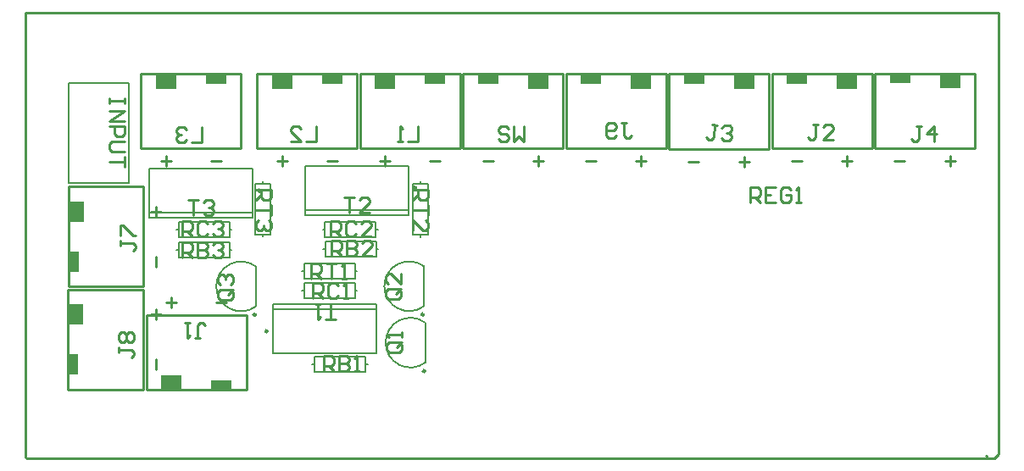
<source format=gto>
G04*
G04 #@! TF.GenerationSoftware,Altium Limited,Altium Designer,19.0.15 (446)*
G04*
G04 Layer_Color=65535*
%FSLAX44Y44*%
%MOMM*%
G71*
G01*
G75*
%ADD10C,0.2500*%
%ADD11C,0.2000*%
%ADD12C,0.2540*%
%ADD13R,2.0000X1.0000*%
%ADD14R,2.0000X1.5000*%
%ADD15R,1.5000X2.0000*%
%ADD16R,1.0000X2.0000*%
%ADD17R,2.0001X1.0000*%
D10*
X1198264Y405384D02*
G03*
X1198264Y405384I-1250J0D01*
G01*
X1355616Y365654D02*
G03*
X1355616Y365654I-1250J0D01*
G01*
X1346522Y548640D02*
G03*
X1346522Y548640I-1250J0D01*
G01*
X1354346Y422042D02*
G03*
X1354346Y422042I-1250J0D01*
G01*
X1191074Y546100D02*
G03*
X1191074Y546100I-1250J0D01*
G01*
X1186452Y421826D02*
G03*
X1186452Y421826I-1250J0D01*
G01*
D11*
X1355866Y413754D02*
G03*
X1355866Y374154I-15000J-19800D01*
G01*
X1354596Y470142D02*
G03*
X1354596Y430542I-15000J-19800D01*
G01*
X1186702Y469926D02*
G03*
X1186702Y430326I-15000J-19800D01*
G01*
X1234694Y438404D02*
Y446024D01*
Y438404D02*
X1285494D01*
Y453644D01*
X1234694D02*
X1285494D01*
X1234694Y446024D02*
Y453644D01*
X1285494Y446024D02*
X1287780D01*
X1232408D02*
X1234694D01*
Y458216D02*
Y465836D01*
Y458216D02*
X1285494D01*
Y473456D01*
X1234694D02*
X1285494D01*
X1234694Y465836D02*
Y473456D01*
X1285494Y465836D02*
X1287780D01*
X1232408D02*
X1234694D01*
X1203514Y427334D02*
X1306514D01*
X1203514Y432334D02*
X1306514D01*
X1203514Y383334D02*
X1306514D01*
Y432334D01*
X1203514Y383334D02*
Y432334D01*
X1295908Y372364D02*
Y379984D01*
X1245108D02*
X1295908D01*
X1245108Y364744D02*
Y379984D01*
Y364744D02*
X1295908D01*
Y372364D01*
X1242822D02*
X1245108D01*
X1295908D02*
X1298194D01*
X1355866Y374154D02*
Y413754D01*
X999628Y653758D02*
X1059628D01*
X999628Y553758D02*
Y653758D01*
Y553758D02*
X1059628D01*
Y653758D01*
X1255522Y499618D02*
Y507238D01*
Y499618D02*
X1306322D01*
Y514858D01*
X1255522D02*
X1306322D01*
X1255522Y507238D02*
Y514858D01*
X1306322Y507238D02*
X1308608D01*
X1253236D02*
X1255522D01*
X1342898Y552704D02*
X1350518D01*
X1342898Y501904D02*
Y552704D01*
Y501904D02*
X1358138D01*
Y552704D01*
X1350518D02*
X1358138D01*
X1350518Y499618D02*
Y501904D01*
Y552704D02*
Y554990D01*
X1235772Y526690D02*
X1338772D01*
X1235772Y521690D02*
X1338772D01*
X1235772Y570690D02*
X1338772D01*
X1235772Y521690D02*
Y570690D01*
X1338772Y521690D02*
Y570690D01*
X1306576Y487172D02*
Y494792D01*
X1255776D02*
X1306576D01*
X1255776Y479552D02*
Y494792D01*
Y479552D02*
X1306576D01*
Y487172D01*
X1253490D02*
X1255776D01*
X1306576D02*
X1308862D01*
X1354596Y430542D02*
Y470142D01*
X1109218Y499618D02*
Y507238D01*
Y499618D02*
X1160018D01*
Y514858D01*
X1109218D02*
X1160018D01*
X1109218Y507238D02*
Y514858D01*
X1160018Y507238D02*
X1162304D01*
X1106932D02*
X1109218D01*
X1185926Y552958D02*
X1193546D01*
X1185926Y502158D02*
Y552958D01*
Y502158D02*
X1201166D01*
Y552958D01*
X1193546D02*
X1201166D01*
X1193546Y499872D02*
Y502158D01*
Y552958D02*
Y555244D01*
X1080324Y524150D02*
X1183324D01*
X1080324Y519150D02*
X1183324D01*
X1080324Y568150D02*
X1183324D01*
X1080324Y519150D02*
Y568150D01*
X1183324Y519150D02*
Y568150D01*
X1160018Y486918D02*
Y494538D01*
X1109218D02*
X1160018D01*
X1109218Y479298D02*
Y494538D01*
Y479298D02*
X1160018D01*
Y486918D01*
X1106932D02*
X1109218D01*
X1160018D02*
X1162304D01*
X1186702Y430326D02*
Y469926D01*
D12*
X1390504Y587888D02*
Y662888D01*
X1290504Y587888D02*
Y662888D01*
Y587888D02*
X1390504D01*
X1290504Y662888D02*
X1390504D01*
X1287634Y587888D02*
Y662888D01*
X1187634Y587888D02*
Y662888D01*
Y587888D02*
X1287634D01*
X1187634Y662888D02*
X1287634D01*
X1171810Y587888D02*
Y662888D01*
X1071810Y587888D02*
Y662888D01*
Y587888D02*
X1171810D01*
X1071810Y662888D02*
X1171810D01*
X999034Y347002D02*
Y447002D01*
X1074034Y347002D02*
Y447002D01*
X999034D02*
X1074034D01*
X999034Y347002D02*
X1074034D01*
X999288Y450126D02*
X1074288D01*
X999288Y550126D02*
X1074288D01*
Y450126D02*
Y550126D01*
X999288Y450126D02*
Y550126D01*
X1177106Y346508D02*
Y421508D01*
X1077106Y346508D02*
Y421508D01*
X1177106D01*
X1077106Y346508D02*
X1177106D01*
X1496244Y587888D02*
Y662888D01*
X1596244Y587888D02*
Y662888D01*
X1496244Y587888D02*
X1596244D01*
X1496244Y662888D02*
X1596244D01*
X1598968Y587634D02*
Y662634D01*
X1698968Y587634D02*
Y662634D01*
X1598968Y587634D02*
X1698968D01*
X1598968Y662634D02*
X1698968D01*
X1701838Y587888D02*
Y662888D01*
X1801838Y587888D02*
Y662888D01*
X1701838Y587888D02*
X1801838D01*
X1701838Y662888D02*
X1801838D01*
X1804708Y588142D02*
Y663142D01*
X1904708Y588142D02*
Y663142D01*
X1804708Y588142D02*
X1904708D01*
X1804708Y663142D02*
X1904708D01*
X1393482Y587888D02*
Y662888D01*
X1493482Y587888D02*
Y662888D01*
X1393482Y587888D02*
X1493482D01*
X1393482Y662888D02*
X1493482D01*
X1360504Y575271D02*
X1370661D01*
X1310504D02*
X1320661D01*
X1315582Y570192D02*
Y580349D01*
X1257634Y575271D02*
X1267791D01*
X1207634D02*
X1217791D01*
X1212712Y570192D02*
Y580349D01*
X1141810Y575271D02*
X1151967D01*
X1091810D02*
X1101967D01*
X1096888Y570192D02*
Y580349D01*
X1086652Y427002D02*
Y416845D01*
X1091730Y421924D02*
X1081573D01*
X1086652Y377002D02*
Y366845D01*
X1086906Y480126D02*
Y469969D01*
Y530126D02*
Y519969D01*
X1091984Y525048D02*
X1081827D01*
X1147106Y434126D02*
X1157263D01*
X1097106D02*
X1107263D01*
X1102184Y439204D02*
Y429047D01*
X1526244Y575271D02*
X1516087D01*
X1576244D02*
X1566087D01*
X1571166Y570192D02*
Y580349D01*
X1628968Y575017D02*
X1618811D01*
X1678968D02*
X1668811D01*
X1673890Y569938D02*
Y580095D01*
X1731838Y575271D02*
X1721681D01*
X1781838D02*
X1771681D01*
X1776760Y570192D02*
Y580349D01*
X1834708Y575524D02*
X1824551D01*
X1884708D02*
X1874551D01*
X1879630Y570446D02*
Y580603D01*
X1423482Y575271D02*
X1413325D01*
X1473482D02*
X1463325D01*
X1468404Y570192D02*
Y580349D01*
X1132840Y609087D02*
Y593852D01*
X1122683D01*
X1117605Y606548D02*
X1115066Y609087D01*
X1109987D01*
X1107448Y606548D01*
Y604009D01*
X1109987Y601469D01*
X1112527D01*
X1109987D01*
X1107448Y598930D01*
Y596391D01*
X1109987Y593852D01*
X1115066D01*
X1117605Y596391D01*
X1246886Y610103D02*
Y594868D01*
X1236729D01*
X1221494D02*
X1231651D01*
X1221494Y605025D01*
Y607564D01*
X1224033Y610103D01*
X1229112D01*
X1231651Y607564D01*
X1348740Y610103D02*
Y594868D01*
X1338583D01*
X1333505D02*
X1328427D01*
X1330966D01*
Y610103D01*
X1333505Y607564D01*
X1119124Y536189D02*
X1129281D01*
X1124202D01*
Y520954D01*
X1134359Y533650D02*
X1136898Y536189D01*
X1141977D01*
X1144516Y533650D01*
Y531111D01*
X1141977Y528572D01*
X1139437D01*
X1141977D01*
X1144516Y526032D01*
Y523493D01*
X1141977Y520954D01*
X1136898D01*
X1134359Y523493D01*
X1274572Y538729D02*
X1284729D01*
X1279650D01*
Y523494D01*
X1299964D02*
X1289807D01*
X1299964Y533651D01*
Y536190D01*
X1297425Y538729D01*
X1292346D01*
X1289807Y536190D01*
X1266444Y416819D02*
X1256287D01*
X1261366D01*
Y432054D01*
X1251209D02*
X1246131D01*
X1248670D01*
Y416819D01*
X1251209Y419358D01*
X1112774Y500380D02*
Y515615D01*
X1120391D01*
X1122931Y513076D01*
Y507998D01*
X1120391Y505458D01*
X1112774D01*
X1117852D02*
X1122931Y500380D01*
X1138166Y513076D02*
X1135627Y515615D01*
X1130548D01*
X1128009Y513076D01*
Y502919D01*
X1130548Y500380D01*
X1135627D01*
X1138166Y502919D01*
X1143244Y513076D02*
X1145783Y515615D01*
X1150862D01*
X1153401Y513076D01*
Y510537D01*
X1150862Y507998D01*
X1148323D01*
X1150862D01*
X1153401Y505458D01*
Y502919D01*
X1150862Y500380D01*
X1145783D01*
X1143244Y502919D01*
X1260856Y500126D02*
Y515361D01*
X1268474D01*
X1271013Y512822D01*
Y507743D01*
X1268474Y505204D01*
X1260856D01*
X1265934D02*
X1271013Y500126D01*
X1286248Y512822D02*
X1283709Y515361D01*
X1278630D01*
X1276091Y512822D01*
Y502665D01*
X1278630Y500126D01*
X1283709D01*
X1286248Y502665D01*
X1301483Y500126D02*
X1291326D01*
X1301483Y510283D01*
Y512822D01*
X1298944Y515361D01*
X1293865D01*
X1291326Y512822D01*
X1243584Y438658D02*
Y453893D01*
X1251201D01*
X1253741Y451354D01*
Y446275D01*
X1251201Y443736D01*
X1243584D01*
X1248662D02*
X1253741Y438658D01*
X1268976Y451354D02*
X1266437Y453893D01*
X1261358D01*
X1258819Y451354D01*
Y441197D01*
X1261358Y438658D01*
X1266437D01*
X1268976Y441197D01*
X1274054Y438658D02*
X1279133D01*
X1276593D01*
Y453893D01*
X1274054Y451354D01*
X1186434Y547116D02*
X1201669D01*
Y539498D01*
X1199130Y536959D01*
X1194052D01*
X1191512Y539498D01*
Y547116D01*
Y542038D02*
X1186434Y536959D01*
X1201669Y531881D02*
Y521724D01*
Y526803D01*
X1186434D01*
X1199130Y516646D02*
X1201669Y514107D01*
Y509028D01*
X1199130Y506489D01*
X1196591D01*
X1194052Y509028D01*
Y511567D01*
Y509028D01*
X1191512Y506489D01*
X1188973D01*
X1186434Y509028D01*
Y514107D01*
X1188973Y516646D01*
X1342898Y546862D02*
X1358133D01*
Y539244D01*
X1355594Y536705D01*
X1350515D01*
X1347976Y539244D01*
Y546862D01*
Y541784D02*
X1342898Y536705D01*
X1358133Y531627D02*
Y521470D01*
Y526549D01*
X1342898D01*
Y506235D02*
Y516392D01*
X1353055Y506235D01*
X1355594D01*
X1358133Y508774D01*
Y513853D01*
X1355594Y516392D01*
X1241806Y457962D02*
Y473197D01*
X1249424D01*
X1251963Y470658D01*
Y465579D01*
X1249424Y463040D01*
X1241806D01*
X1246884D02*
X1251963Y457962D01*
X1257041Y473197D02*
X1267198D01*
X1262119D01*
Y457962D01*
X1272276D02*
X1277355D01*
X1274815D01*
Y473197D01*
X1272276Y470658D01*
X1112774Y478790D02*
Y494025D01*
X1120391D01*
X1122931Y491486D01*
Y486408D01*
X1120391Y483868D01*
X1112774D01*
X1117852D02*
X1122931Y478790D01*
X1128009Y494025D02*
Y478790D01*
X1135627D01*
X1138166Y481329D01*
Y483868D01*
X1135627Y486408D01*
X1128009D01*
X1135627D01*
X1138166Y488947D01*
Y491486D01*
X1135627Y494025D01*
X1128009D01*
X1143244Y491486D02*
X1145783Y494025D01*
X1150862D01*
X1153401Y491486D01*
Y488947D01*
X1150862Y486408D01*
X1148323D01*
X1150862D01*
X1153401Y483868D01*
Y481329D01*
X1150862Y478790D01*
X1145783D01*
X1143244Y481329D01*
X1261618Y480314D02*
Y495549D01*
X1269236D01*
X1271775Y493010D01*
Y487932D01*
X1269236Y485392D01*
X1261618D01*
X1266696D02*
X1271775Y480314D01*
X1276853Y495549D02*
Y480314D01*
X1284471D01*
X1287010Y482853D01*
Y485392D01*
X1284471Y487932D01*
X1276853D01*
X1284471D01*
X1287010Y490471D01*
Y493010D01*
X1284471Y495549D01*
X1276853D01*
X1302245Y480314D02*
X1292088D01*
X1302245Y490471D01*
Y493010D01*
X1299706Y495549D01*
X1294627D01*
X1292088Y493010D01*
X1253998Y365252D02*
Y380487D01*
X1261616D01*
X1264155Y377948D01*
Y372869D01*
X1261616Y370330D01*
X1253998D01*
X1259076D02*
X1264155Y365252D01*
X1269233Y380487D02*
Y365252D01*
X1276851D01*
X1279390Y367791D01*
Y370330D01*
X1276851Y372869D01*
X1269233D01*
X1276851D01*
X1279390Y375409D01*
Y377948D01*
X1276851Y380487D01*
X1269233D01*
X1284468Y365252D02*
X1289547D01*
X1287007D01*
Y380487D01*
X1284468Y377948D01*
X1161289Y447075D02*
X1151132D01*
X1148593Y444535D01*
Y439457D01*
X1151132Y436918D01*
X1161289D01*
X1163828Y439457D01*
Y444535D01*
X1158750Y441996D02*
X1163828Y447075D01*
Y444535D02*
X1161289Y447075D01*
X1151132Y452153D02*
X1148593Y454692D01*
Y459770D01*
X1151132Y462309D01*
X1153671D01*
X1156210Y459770D01*
Y457231D01*
Y459770D01*
X1158750Y462309D01*
X1161289D01*
X1163828Y459770D01*
Y454692D01*
X1161289Y452153D01*
X1328929Y447545D02*
X1318772D01*
X1316233Y445005D01*
Y439927D01*
X1318772Y437388D01*
X1328929D01*
X1331468Y439927D01*
Y445005D01*
X1326390Y442466D02*
X1331468Y447545D01*
Y445005D02*
X1328929Y447545D01*
X1331468Y462780D02*
Y452623D01*
X1321311Y462780D01*
X1318772D01*
X1316233Y460241D01*
Y455162D01*
X1318772Y452623D01*
X1329691Y394713D02*
X1319534D01*
X1316995Y392174D01*
Y387095D01*
X1319534Y384556D01*
X1329691D01*
X1332230Y387095D01*
Y392174D01*
X1327152Y389634D02*
X1332230Y394713D01*
Y392174D02*
X1329691Y394713D01*
X1332230Y399791D02*
Y404869D01*
Y402330D01*
X1316995D01*
X1319534Y399791D01*
X1055365Y637794D02*
Y632716D01*
Y635255D01*
X1040130D01*
Y637794D01*
Y632716D01*
Y625098D02*
X1055365D01*
X1040130Y614941D01*
X1055365D01*
X1040130Y609863D02*
X1055365D01*
Y602245D01*
X1052826Y599706D01*
X1047747D01*
X1045208Y602245D01*
Y609863D01*
X1055365Y594628D02*
X1042669D01*
X1040130Y592089D01*
Y587010D01*
X1042669Y584471D01*
X1055365D01*
Y579393D02*
Y569236D01*
Y574314D01*
X1040130D01*
X1679956Y533654D02*
Y548889D01*
X1687574D01*
X1690113Y546350D01*
Y541272D01*
X1687574Y538732D01*
X1679956D01*
X1685034D02*
X1690113Y533654D01*
X1705348Y548889D02*
X1695191D01*
Y533654D01*
X1705348D01*
X1695191Y541272D02*
X1700269D01*
X1720583Y546350D02*
X1718044Y548889D01*
X1712965D01*
X1710426Y546350D01*
Y536193D01*
X1712965Y533654D01*
X1718044D01*
X1720583Y536193D01*
Y541272D01*
X1715504D01*
X1725661Y533654D02*
X1730740D01*
X1728200D01*
Y548889D01*
X1725661Y546350D01*
X1551327Y613659D02*
X1556406D01*
X1553866D01*
Y600963D01*
X1556406Y598424D01*
X1558945D01*
X1561484Y600963D01*
X1546249D02*
X1543710Y598424D01*
X1538631D01*
X1536092Y600963D01*
Y611120D01*
X1538631Y613659D01*
X1543710D01*
X1546249Y611120D01*
Y608581D01*
X1543710Y606041D01*
X1536092D01*
X1646843Y611411D02*
X1641770Y611638D01*
X1644306Y611525D01*
X1643738Y598842D01*
X1641087Y596419D01*
X1638551Y596532D01*
X1636128Y599183D01*
X1651802Y608647D02*
X1654453Y611070D01*
X1659526Y610842D01*
X1661949Y608192D01*
X1661835Y605655D01*
X1659185Y603232D01*
X1656648Y603346D01*
X1659185Y603232D01*
X1661608Y600582D01*
X1661494Y598046D01*
X1658844Y595623D01*
X1653770Y595850D01*
X1651348Y598500D01*
X1748025Y611881D02*
X1742946D01*
X1745486D01*
Y599185D01*
X1742946Y596646D01*
X1740407D01*
X1737868Y599185D01*
X1763260Y596646D02*
X1753103D01*
X1763260Y606803D01*
Y609342D01*
X1760721Y611881D01*
X1755642D01*
X1753103Y609342D01*
X1049787Y389379D02*
Y384300D01*
Y386839D01*
X1062483D01*
X1065022Y384300D01*
Y381761D01*
X1062483Y379222D01*
X1052326Y394457D02*
X1049787Y396996D01*
Y402075D01*
X1052326Y404614D01*
X1054865D01*
X1057404Y402075D01*
X1059944Y404614D01*
X1062483D01*
X1065022Y402075D01*
Y396996D01*
X1062483Y394457D01*
X1059944D01*
X1057404Y396996D01*
X1054865Y394457D01*
X1052326D01*
X1057404Y396996D02*
Y402075D01*
X1051311Y495551D02*
Y490472D01*
Y493012D01*
X1064007D01*
X1066546Y490472D01*
Y487933D01*
X1064007Y485394D01*
X1051311Y500629D02*
Y510786D01*
X1053850D01*
X1064007Y500629D01*
X1066546D01*
X1439161Y608072D02*
X1436622Y610611D01*
X1431543D01*
X1429004Y608072D01*
Y605533D01*
X1431543Y602994D01*
X1436622D01*
X1439161Y600454D01*
Y597915D01*
X1436622Y595376D01*
X1431543D01*
X1429004Y597915D01*
X1444239Y610611D02*
Y595376D01*
X1449317Y600454D01*
X1454396Y595376D01*
Y610611D01*
X1851403D02*
X1846324D01*
X1848864D01*
Y597915D01*
X1846324Y595376D01*
X1843785D01*
X1841246Y597915D01*
X1864099Y595376D02*
Y610611D01*
X1856481Y602994D01*
X1866638D01*
X1125731Y398785D02*
X1130810D01*
X1128270D01*
Y411481D01*
X1130810Y414020D01*
X1133349D01*
X1135888Y411481D01*
X1120653Y414020D02*
X1115575D01*
X1118114D01*
Y398785D01*
X1120653Y401324D01*
X956564Y723900D02*
X1927860D01*
X1928114Y723646D01*
Y282194D02*
Y723646D01*
X1924050Y278130D02*
X1928114Y282194D01*
X957834Y278130D02*
X1924050D01*
X956564Y279400D02*
X957834Y278130D01*
X956564Y279400D02*
Y723900D01*
X1915414Y280924D02*
X1916938Y279400D01*
D13*
X1365504Y657888D02*
D03*
X1262634D02*
D03*
X1146810D02*
D03*
X1152106Y351508D02*
D03*
X1521244Y657888D02*
D03*
D14*
X1315504Y655388D02*
D03*
X1212634D02*
D03*
X1096810D02*
D03*
X1102106Y354008D02*
D03*
X1571244Y655388D02*
D03*
X1673968Y655134D02*
D03*
X1776838Y655388D02*
D03*
X1879708Y655642D02*
D03*
X1468482Y655388D02*
D03*
D15*
X1006534Y422002D02*
D03*
X1006788Y525126D02*
D03*
D16*
X1004034Y372002D02*
D03*
X1004288Y475126D02*
D03*
D17*
X1623968Y657634D02*
D03*
X1726838Y657888D02*
D03*
X1829708Y658142D02*
D03*
X1418482Y657888D02*
D03*
M02*

</source>
